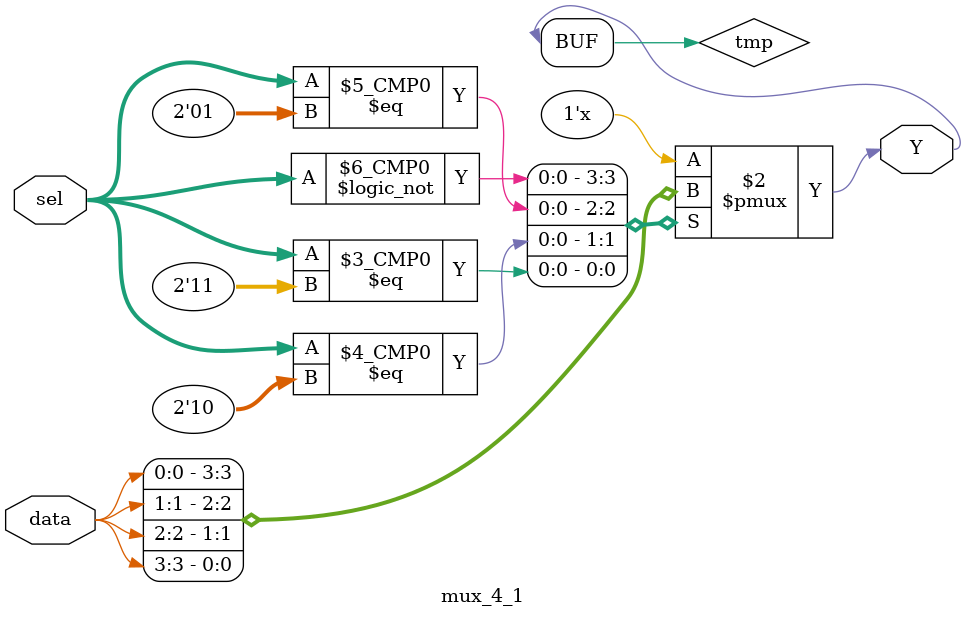
<source format=v>
`timescale 1ns / 1ps


module mux_4_1 (
    input [3:0] data,
    input [1:0] sel,
    output Y
);

// we can only assign values to registers 
// inside an always block
reg tmp;

always @(data, sel) begin
    case (sel)
    2'b00:   tmp <= data[0];
    2'b01:   tmp <= data[1];
    2'b10:   tmp <= data[2];
    2'b11:   tmp <= data[3];
    default: tmp <= 1'b0;
    endcase
end
assign Y = tmp;
endmodule

</source>
